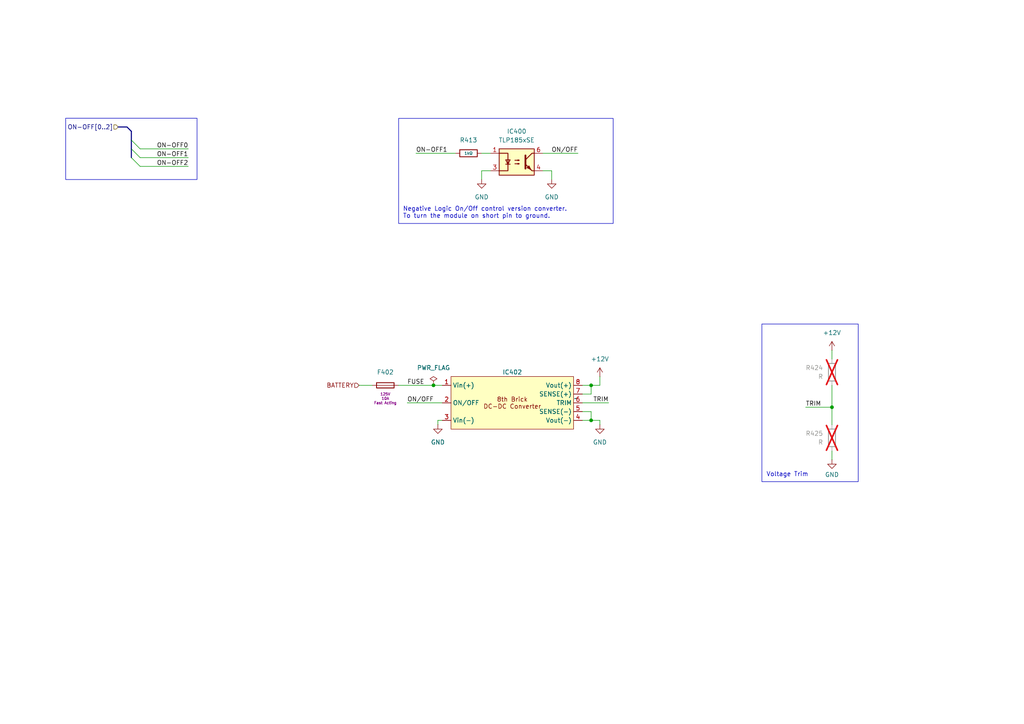
<source format=kicad_sch>
(kicad_sch (version 20250114) (generator "eeschema") (generator_version "9.0")
  (paper "A4")
  (lib_symbols
    (symbol "Brick_Converters:8th_Brick"
      (property "Reference" "IC" (at -17.78 8.89 0))
      (symbol "8th_Brick_0_0"
        (pin power_in line (at -20.32 5.08 0) (length 2.54) (name "Vin(+)") (number "1"))
        (pin input line (at -20.32 0 0) (length 2.54) (name "ON/OFF") (number "2"))
        (pin power_in line (at -20.32 -5.08 0) (length 2.54) (name "Vin(-)") (number "3"))
        (pin power_in line (at 20.32 5.08 180) (length 2.54) (name "Vout(+)") (number "8"))
        (pin input line (at 20.32 2.54 180) (length 2.54) (name "SENSE(+)") (number "7"))
        (pin input line (at 20.32 -2.54 180) (length 2.54) (name "SENSE(-)") (number "5"))
        (pin power_in line (at 20.32 -5.08 180) (length 2.54) (name "Vout(-)") (number "4"))
      )
      (symbol "8th_Brick_1_0"
        (pin input line (at 20.32 0 180) (length 2.54) (name "TRIM") (number "6"))
      )
      (symbol "8th_Brick_1_1"
        (rectangle (start -17.78 7.62) (end 17.78 -7.62) (fill (type background)))
        (text "8th Brick\nDC-DC Converter" (at 0 0 0) (effects (font (size 1.27 1.27))))
      )
    )
    (symbol "Device:R" (pin_numbers (hide yes)) (pin_names (offset 0))
      (property "Reference" "R" (at 2.032 0 90))
      (property "Value" "R" (at 0 0 90))
      (symbol "R_0_1"
        (rectangle (start -1.016 -2.54) (end 1.016 2.54) (stroke (width 0.254)))
      )
      (symbol "R_1_1"
        (pin passive line (at 0 3.81 270) (length 1.27) (name "~") (number "1"))
        (pin passive line (at 0 -3.81 90) (length 1.27) (name "~") (number "2"))
      )
    )
    (symbol "FuseCustom:JFC2410FS-2100FS"
      (property "Reference" "F" (at -2.54 0 90))
      (property "Current Trigger" "10A" (at 3.81 0 90))
      (property "Voltage Rating" "125V" (at 2.54 0 90))
      (property "Time Sensitivity" "Fast Acting" (at 5.08 0 90))
      (symbol "JFC2410FS-2100FS_0_1"
        (rectangle (start -0.762 2.54) (end 0.762 -2.54) (stroke (width 0.254)))
        (polyline (pts (xy 0 2.54) (xy 0 -2.54)))
      )
      (symbol "JFC2410FS-2100FS_1_1"
        (pin passive line (at 0 3.81 270) (length 1.27) (name "~") (number "1"))
        (pin passive line (at 0 -3.81 90) (length 1.27) (name "~") (number "2"))
      )
    )
    (symbol "Isolator:TLP185xSE"
      (property "Reference" "U" (at -5.08 5.08 0))
      (property "Value" "TLP185xSE" (at -5.08 -5.08 0))
      (symbol "TLP185xSE_0_1"
        (rectangle (start -5.08 3.81) (end 5.08 -3.81) (stroke (width 0.254)) (fill (type background)))
        (polyline (pts (xy -5.08 -2.54) (xy -2.54 -2.54) (xy -2.54 2.54) (xy -5.08 2.54)) (stroke (width 0.254)))
        (polyline (pts (xy -3.175 -0.635) (xy -1.905 -0.635)) (stroke (width 0.254)))
        (polyline (pts (xy -2.54 -0.635) (xy -3.175 0.635) (xy -1.905 0.635) (xy -2.54 -0.635)) (stroke (width 0.254)))
        (polyline (pts (xy -0.508 0.508) (xy 0.762 0.508) (xy 0.381 0.381) (xy 0.381 0.635) (xy 0.762 0.508)) (stroke (width 0.254)))
        (polyline (pts (xy -0.508 -0.508) (xy 0.762 -0.508) (xy 0.381 -0.635) (xy 0.381 -0.381) (xy 0.762 -0.508)) (stroke (width 0.254)))
        (polyline (pts (xy 2.54 1.905) (xy 2.54 -1.905)) (stroke (width 0.508)))
        (polyline (pts (xy 3.048 -1.651) (xy 3.556 -1.143) (xy 4.064 -2.159) (xy 3.048 -1.651)) (stroke (width 0.254)) (fill (type outline)))
        (polyline (pts (xy 5.08 2.54) (xy 4.445 2.54) (xy 2.54 0.635)) (stroke (width 0.254)))
        (polyline (pts (xy 5.08 -2.54) (xy 4.445 -2.54) (xy 2.54 -0.635)) (stroke (width 0.254)))
      )
      (symbol "TLP185xSE_1_1"
        (pin passive line (at -7.62 2.54 0) (length 2.54) (name "~") (number "1"))
        (pin passive line (at -7.62 -2.54 0) (length 2.54) (name "~") (number "3"))
        (pin passive line (at 7.62 2.54 180) (length 2.54) (name "~") (number "6"))
        (pin passive line (at 7.62 -2.54 180) (length 2.54) (name "~") (number "4"))
      )
    )
    (symbol "PCM_JLCPCB-Resistors:0402,1kΩ" (pin_numbers (hide yes)) (pin_names (offset 0))
      (property "Reference" "R" (at 1.778 0 0))
      (property "Value" "1kΩ" (at 0 0 90))
      (symbol "0402,1kΩ_0_1"
        (rectangle (start -1.016 2.54) (end 1.016 -2.54) (stroke (width 0.254)))
      )
      (symbol "0402,1kΩ_1_1"
        (pin passive line (at 0 3.81 270) (length 1.27) (name "~") (number "1"))
        (pin passive line (at 0 -3.81 90) (length 1.27) (name "~") (number "2"))
      )
    )
    (symbol "power:+12V" (power) (pin_numbers (hide yes)) (pin_names (offset 0) (hide yes))
      (property "Value" "+12V" (at 0 3.556 0))
      (symbol "+12V_0_1"
        (polyline (pts (xy -0.762 1.27) (xy 0 2.54)))
        (polyline (pts (xy 0 2.54) (xy 0.762 1.27)))
        (polyline (pts (xy 0 0) (xy 0 2.54)))
      )
      (symbol "+12V_1_1"
        (pin power_in line (at 0 0 90) (length 0) (name "~") (number "1"))
      )
    )
    (symbol "power:GND" (power) (pin_numbers (hide yes)) (pin_names (offset 0) (hide yes))
      (property "Value" "GND" (at 0 -3.81 0))
      (symbol "GND_0_1"
        (polyline (pts (xy 0 0) (xy 0 -1.27) (xy 1.27 -1.27) (xy 0 -2.54) (xy -1.27 -1.27) (xy 0 -1.27)))
      )
      (symbol "GND_1_1"
        (pin power_in line (at 0 0 270) (length 0) (name "~") (number "1"))
      )
    )
    (symbol "power:PWR_FLAG" (power) (pin_numbers (hide yes)) (pin_names (offset 0) (hide yes))
      (property "Value" "PWR_FLAG" (at 0 3.81 0))
      (symbol "PWR_FLAG_0_0"
        (pin power_out line (at 0 0 90) (length 0) (name "~") (number "1"))
      )
      (symbol "PWR_FLAG_0_1"
        (polyline (pts (xy 0 0) (xy 0 1.27) (xy -1.016 1.905) (xy 0 2.54) (xy 1.016 1.905) (xy 0 1.27)))
      )
    )
  )
  (rectangle (start 220.98 93.98) (end 248.92 139.7))
  (rectangle (start 115.617 34.337) (end 177.847 64.817))
  (rectangle (start 19.05 34.29) (end 57.15 52.07))
  (text "Voltage Trim" (at 222.25 138.43 0) (effects (font (size 1.27 1.27)) (justify left bottom)))
  (text "Negative Logic On/Off control version converter.\nTo turn the module on short pin to ground." (at 116.84 63.5 0) (effects (font (size 1.27 1.27)) (justify left bottom)))
  (junction (at 241.3 118.11))
  (junction (at 125.73 111.76))
  (junction (at 171.45 111.76))
  (junction (at 171.45 121.92))
  (bus_entry (at 38.1 43.18) (size 2.54 2.54))
  (bus_entry (at 38.1 40.64) (size 2.54 2.54))
  (bus_entry (at 38.1 45.72) (size 2.54 2.54))
  (bus (pts (xy 38.1 40.64) (xy 38.1 43.18)))
  (wire (pts (xy 142.24 49.53) (xy 139.7 49.53)))
  (wire (pts (xy 173.99 111.76) (xy 173.99 109.22)))
  (wire (pts (xy 139.7 49.53) (xy 139.7 52.07)))
  (wire (pts (xy 40.64 45.72) (xy 54.61 45.72)))
  (wire (pts (xy 160.02 49.53) (xy 160.02 52.07)))
  (bus (pts (xy 38.1 43.18) (xy 38.1 45.72)))
  (wire (pts (xy 241.3 118.11) (xy 241.3 123.19)))
  (wire (pts (xy 167.64 44.45) (xy 157.48 44.45)))
  (wire (pts (xy 171.45 114.3) (xy 171.45 111.76)))
  (bus (pts (xy 34.29 36.83) (xy 36.83 36.83)))
  (wire (pts (xy 127 123.19) (xy 127 121.92)))
  (wire (pts (xy 241.3 130.81) (xy 241.3 133.35)))
  (bus (pts (xy 38.1 38.1) (xy 38.1 40.64)))
  (wire (pts (xy 104.14 111.76) (xy 107.95 111.76)))
  (wire (pts (xy 241.3 111.76) (xy 241.3 118.11)))
  (wire (pts (xy 40.64 43.18) (xy 54.61 43.18)))
  (wire (pts (xy 40.64 48.26) (xy 54.61 48.26)))
  (wire (pts (xy 127 121.92) (xy 128.27 121.92)))
  (wire (pts (xy 171.45 121.92) (xy 173.99 121.92)))
  (wire (pts (xy 120.65 44.45) (xy 132.08 44.45)))
  (wire (pts (xy 171.45 119.38) (xy 171.45 121.92)))
  (wire (pts (xy 241.3 104.14) (xy 241.3 101.6)))
  (wire (pts (xy 115.57 111.76) (xy 125.73 111.76)))
  (wire (pts (xy 157.48 49.53) (xy 160.02 49.53)))
  (wire (pts (xy 168.91 111.76) (xy 171.45 111.76)))
  (wire (pts (xy 168.91 114.3) (xy 171.45 114.3)))
  (wire (pts (xy 171.45 111.76) (xy 173.99 111.76)))
  (wire (pts (xy 176.53 116.84) (xy 168.91 116.84)))
  (bus (pts (xy 36.83 36.83) (xy 38.1 38.1)))
  (wire (pts (xy 139.7 44.45) (xy 142.24 44.45)))
  (wire (pts (xy 173.99 121.92) (xy 173.99 123.19)))
  (wire (pts (xy 125.73 111.76) (xy 128.27 111.76)))
  (wire (pts (xy 168.91 121.92) (xy 171.45 121.92)))
  (wire (pts (xy 168.91 119.38) (xy 171.45 119.38)))
  (wire (pts (xy 118.11 116.84) (xy 128.27 116.84)))
  (wire (pts (xy 233.68 118.11) (xy 241.3 118.11)))
  (label "ON-OFF2" (at 54.61 48.26 180))
  (label "ON-OFF0" (at 54.61 43.18 180))
  (label "ON/OFF" (at 118.11 116.84 0))
  (label "FUSE" (at 118.11 111.76 0))
  (label "TRIM" (at 176.53 116.84 180))
  (label "TRIM" (at 233.68 118.11 0))
  (label "ON-OFF1" (at 54.61 45.72 180))
  (label "ON/OFF" (at 167.64 44.45 180))
  (label "ON-OFF1" (at 120.65 44.45 0))
  (hierarchical_label "BATTERY" (shape input) (at 104.14 111.76 180))
  (hierarchical_label "ON-OFF[0..2]" (shape input) (at 34.29 36.83 180))
  (symbol (lib_id "Device:R") (at 241.3 127 0) (mirror x) (unit 1) (dnp yes)
    (property "Reference" "R425" (at 238.76 125.7299 0) (effects (justify right)))
    (property "Value" "R" (at 238.76 128.2699 0) (effects (justify right)))
    (property "Footprint" "PCM_JLCPCB:R_0402" (effects (hide yes)))
    (property "Description" "Resistor" (effects (hide yes)))
  )
  (symbol (lib_id "power:+12V") (at 241.3 101.6 0) (unit 1)
    (property "Reference" "#PWR0468" (effects (hide yes)))
    (property "Value" "+12V" (at 241.3 96.52 0))
    (property "Description" "Power symbol creates a global label with name \"+12V\"" (effects (hide yes)))
  )
  (symbol (lib_id "power:GND") (at 127 123.19 0) (unit 1)
    (property "Reference" "#PWR0440" (effects (hide yes)))
    (property "Value" "GND" (at 127 128.27 0))
    (property "Description" "Power symbol creates a global label with name \"GND\" , ground" (effects (hide yes)))
  )
  (symbol (lib_id "Isolator:TLP185xSE") (at 149.86 46.99 0) (unit 1)
    (property "Reference" "IC400" (at 149.86 38.1 0))
    (property "Value" "TLP185xSE" (at 149.86 40.64 0))
    (property "Footprint" "Package_SO:SOIC-4_4.55x3.7mm_P2.54mm" (effects (hide yes)))
    (property "Datasheet" "https://toshiba.semicon-storage.com/info/docget.jsp?did=14111&prodName=TLP185(SE" (effects (hide yes)))
    (property "Description" "DC Optocoupler, Vce 80V, CTR 50-100%, SOIC-4-6 (MFSOP-4-6)" (effects (hide yes)))
  )
  (symbol (lib_id "FuseCustom:JFC2410FS-2100FS") (at 111.76 111.76 270) (unit 1)
    (property "Reference" "F402" (at 111.76 107.95 90))
    (property "Value" "10A" (effects (hide yes)))
    (property "Footprint" "FuseCustom:Fuse_2410_6125" (effects (hide yes)))
    (property "Datasheet" "https://jlcpcb.com/api/file/downloadByFileSystemAccessId/8588899540782604288" (effects (hide yes)))
    (property "Description" "-55℃~+125℃ 10A 125V 125V 50A Surface Mount Fuse 2410 Disposable fuses ROHS" (effects (hide yes)))
    (property "Manufacturer" "Shenzhen JDT Fuse" (effects (hide yes)))
    (property "Name" "JFC2410FS-2100FS" (effects (hide yes)))
    (property "Package" "2410" (effects (hide yes)))
    (property "Current Trigger" "10A" (at 111.76 115.57 90) (effects (font (size 0.762 0.762))))
    (property "Voltage Rating" "125V" (at 111.76 114.3 90) (effects (font (size 0.762 0.762))))
    (property "Time Sensitivity" "Fast Acting" (at 111.76 116.84 90) (effects (font (size 0.762 0.762))))
    (property "Assembly Type" "SMT Assembly" (effects (hide yes)))
    (property "LCSC" "C136374" (effects (hide yes)))
  )
  (symbol (lib_id "Device:R") (at 241.3 107.95 0) (unit 1) (dnp yes)
    (property "Reference" "R424" (at 238.76 106.6799 0) (effects (justify right)))
    (property "Value" "R" (at 238.76 109.2199 0) (effects (justify right)))
    (property "Footprint" "PCM_JLCPCB:R_0402" (effects (hide yes)))
    (property "Description" "Resistor" (effects (hide yes)))
  )
  (symbol (lib_id "PCM_JLCPCB-Resistors:0402,1kΩ") (at 135.89 44.45 270) (unit 1)
    (property "Reference" "R413" (at 135.89 40.64 90))
    (property "Value" "1kΩ" (at 135.89 44.45 90) (effects (font (size 0.8 0.8))))
    (property "Footprint" "PCM_JLCPCB:R_0402" (effects (hide yes)))
    (property "Datasheet" "https://www.lcsc.com/datasheet/lcsc_datasheet_2206010216_UNI-ROYAL-Uniroyal-Elec-0402WGF1001TCE_C11702.pdf" (effects (hide yes)))
    (property "Description" "62.5mW Thick Film Resistors 50V ±100ppm/°C ±1% 1kΩ 0402 Chip Resistor - Surface Mount ROHS" (effects (hide yes)))
    (property "LCSC" "C11702" (effects (hide yes)))
    (property "Stock" "13226393" (effects (hide yes)))
    (property "Price" "0.004USD" (effects (hide yes)))
    (property "Process" "SMT" (effects (hide yes)))
    (property "Minimum Qty" "20" (effects (hide yes)))
    (property "Attrition Qty" "10" (effects (hide yes)))
    (property "Class" "Basic Component" (effects (hide yes)))
    (property "Category" "Resistors,Chip Resistor - Surface Mount" (effects (hide yes)))
    (property "Manufacturer" "UNI-ROYAL(Uniroyal Elec)" (effects (hide yes)))
    (property "Part" "0402WGF1001TCE" (effects (hide yes)))
    (property "Resistance" "1kΩ" (effects (hide yes)))
    (property "Power(Watts)" "62.5mW" (effects (hide yes)))
    (property "Type" "Thick Film Resistors" (effects (hide yes)))
    (property "Overload Voltage (Max)" "50V" (effects (hide yes)))
    (property "Operating Temperature Range" "-55°C~+155°C" (effects (hide yes)))
    (property "Tolerance" "±1%" (effects (hide yes)))
    (property "Temperature Coefficient" "±100ppm/°C" (effects (hide yes)))
  )
  (symbol (lib_id "power:+12V") (at 173.99 109.22 0) (unit 1)
    (property "Reference" "#PWR0448" (effects (hide yes)))
    (property "Value" "+12V" (at 173.99 104.14 0))
    (property "Description" "Power symbol creates a global label with name \"+12V\"" (effects (hide yes)))
  )
  (symbol (lib_id "power:GND") (at 139.7 52.07 0) (unit 1)
    (property "Reference" "#PWR0442" (effects (hide yes)))
    (property "Value" "GND" (at 139.7 57.15 0))
    (property "Description" "Power symbol creates a global label with name \"GND\" , ground" (effects (hide yes)))
  )
  (symbol (lib_id "power:GND") (at 173.99 123.19 0) (unit 1)
    (property "Reference" "#PWR0441" (effects (hide yes)))
    (property "Value" "GND" (at 173.99 128.27 0))
    (property "Description" "Power symbol creates a global label with name \"GND\" , ground" (effects (hide yes)))
  )
  (symbol (lib_id "Brick_Converters:8th_Brick") (at 148.59 116.84 0) (unit 1)
    (property "Reference" "IC402" (at 148.59 107.95 0))
    (property "Value" "~" (at 167.005 115.57 0))
    (property "Footprint" "Brick_Converter:8th DC-DC converter" (effects (hide yes)))
    (property "Datasheet" "https://www.digikey.pl/pl/products/detail/E48SP12020NRFA/941-1053-ND/2501325" (effects (hide yes)))
    (property "Description" "Eight-Brick DC-DC Converter" (effects (hide yes)))
  )
  (symbol (lib_id "power:GND") (at 160.02 52.07 0) (mirror y) (unit 1)
    (property "Reference" "#PWR0443" (effects (hide yes)))
    (property "Value" "GND" (at 160.02 57.15 0))
    (property "Description" "Power symbol creates a global label with name \"GND\" , ground" (effects (hide yes)))
  )
  (symbol (lib_id "power:GND") (at 241.3 133.35 0) (mirror y) (unit 1)
    (property "Reference" "#PWR0459" (effects (hide yes)))
    (property "Value" "GND" (at 241.3 137.668 0))
    (property "Description" "Power symbol creates a global label with name \"GND\" , ground" (effects (hide yes)))
  )
  (symbol (lib_id "power:PWR_FLAG") (at 125.73 111.76 0) (unit 1)
    (property "Reference" "#FLG0401" (effects (hide yes)))
    (property "Value" "PWR_FLAG" (at 125.73 106.68 0))
    (property "Description" "Special symbol for telling ERC where power comes from" (effects (hide yes)))
  )
)
</source>
